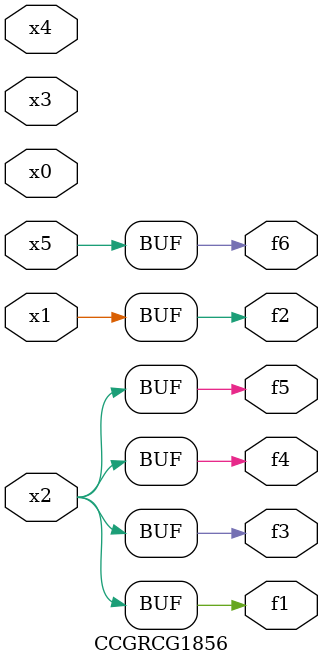
<source format=v>
module CCGRCG1856(
	input x0, x1, x2, x3, x4, x5,
	output f1, f2, f3, f4, f5, f6
);
	assign f1 = x2;
	assign f2 = x1;
	assign f3 = x2;
	assign f4 = x2;
	assign f5 = x2;
	assign f6 = x5;
endmodule

</source>
